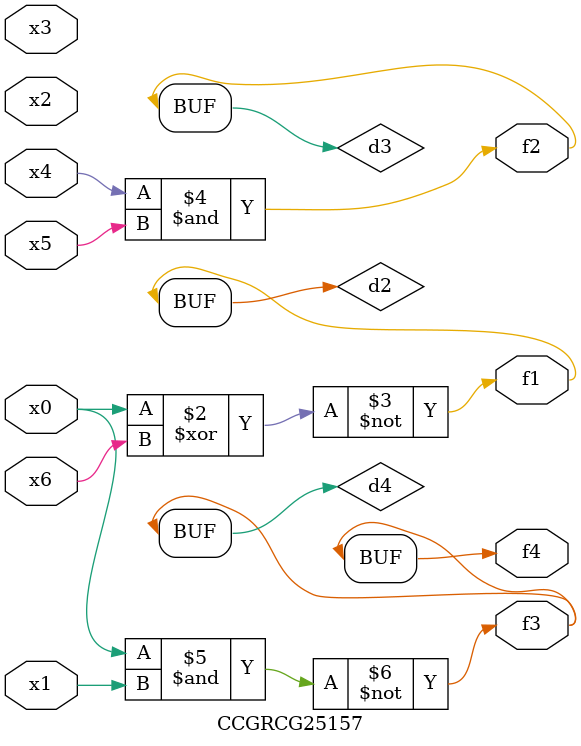
<source format=v>
module CCGRCG25157(
	input x0, x1, x2, x3, x4, x5, x6,
	output f1, f2, f3, f4
);

	wire d1, d2, d3, d4;

	nor (d1, x0);
	xnor (d2, x0, x6);
	and (d3, x4, x5);
	nand (d4, x0, x1);
	assign f1 = d2;
	assign f2 = d3;
	assign f3 = d4;
	assign f4 = d4;
endmodule

</source>
